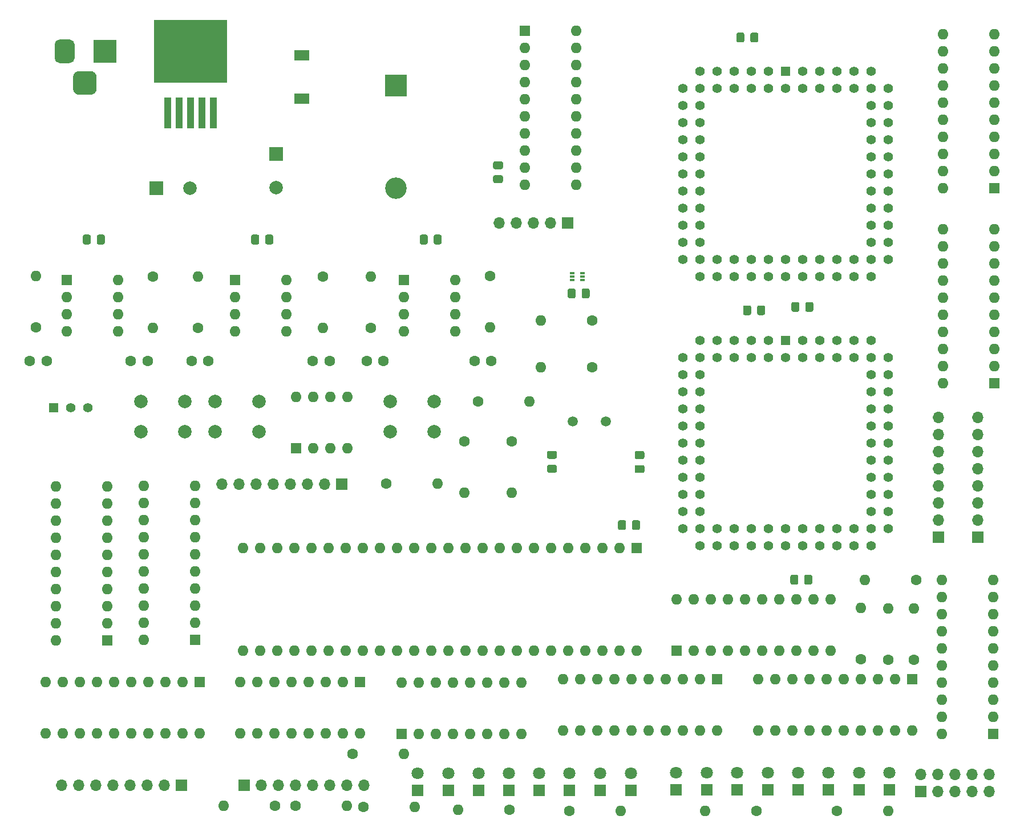
<source format=gbr>
%TF.GenerationSoftware,KiCad,Pcbnew,(5.1.10)-1*%
%TF.CreationDate,2021-07-17T09:59:34+08:00*%
%TF.ProjectId,MAX7000CPU,4d415837-3030-4304-9350-552e6b696361,rev?*%
%TF.SameCoordinates,Original*%
%TF.FileFunction,Soldermask,Top*%
%TF.FilePolarity,Negative*%
%FSLAX46Y46*%
G04 Gerber Fmt 4.6, Leading zero omitted, Abs format (unit mm)*
G04 Created by KiCad (PCBNEW (5.1.10)-1) date 2021-07-17 09:59:34*
%MOMM*%
%LPD*%
G01*
G04 APERTURE LIST*
%ADD10O,1.600000X1.600000*%
%ADD11R,1.600000X1.600000*%
%ADD12O,1.700000X1.700000*%
%ADD13R,1.700000X1.700000*%
%ADD14C,1.422400*%
%ADD15R,1.422400X1.422400*%
%ADD16C,1.600000*%
%ADD17R,0.700000X0.400000*%
%ADD18C,1.800000*%
%ADD19R,1.800000X1.800000*%
%ADD20C,1.500000*%
%ADD21C,2.000000*%
%ADD22R,1.400000X1.400000*%
%ADD23C,1.400000*%
%ADD24R,2.200000X1.500000*%
%ADD25R,3.500000X3.500000*%
%ADD26R,2.000000X2.000000*%
%ADD27R,10.800000X9.400000*%
%ADD28R,1.100000X4.600000*%
%ADD29O,3.200000X3.200000*%
%ADD30R,3.200000X3.200000*%
G04 APERTURE END LIST*
D10*
%TO.C,U6*%
X45070000Y-123160000D03*
X22210000Y-115540000D03*
X42530000Y-123160000D03*
X24750000Y-115540000D03*
X39990000Y-123160000D03*
X27290000Y-115540000D03*
X37450000Y-123160000D03*
X29830000Y-115540000D03*
X34910000Y-123160000D03*
X32370000Y-115540000D03*
X32370000Y-123160000D03*
X34910000Y-115540000D03*
X29830000Y-123160000D03*
X37450000Y-115540000D03*
X27290000Y-123160000D03*
X39990000Y-115540000D03*
X24750000Y-123160000D03*
X42530000Y-115540000D03*
X22210000Y-123160000D03*
D11*
X45070000Y-115540000D03*
%TD*%
D10*
%TO.C,U8*%
X68870000Y-123160000D03*
X51090000Y-115540000D03*
X66330000Y-123160000D03*
X53630000Y-115540000D03*
X63790000Y-123160000D03*
X56170000Y-115540000D03*
X61250000Y-123160000D03*
X58710000Y-115540000D03*
X58710000Y-123160000D03*
X61250000Y-115540000D03*
X56170000Y-123160000D03*
X63790000Y-115540000D03*
X53630000Y-123160000D03*
X66330000Y-115540000D03*
X51090000Y-123160000D03*
D11*
X68870000Y-115540000D03*
%TD*%
D10*
%TO.C,U13*%
X155250000Y-123240000D03*
X162870000Y-100380000D03*
X155250000Y-120700000D03*
X162870000Y-102920000D03*
X155250000Y-118160000D03*
X162870000Y-105460000D03*
X155250000Y-115620000D03*
X162870000Y-108000000D03*
X155250000Y-113080000D03*
X162870000Y-110540000D03*
X155250000Y-110540000D03*
X162870000Y-113080000D03*
X155250000Y-108000000D03*
X162870000Y-115620000D03*
X155250000Y-105460000D03*
X162870000Y-118160000D03*
X155250000Y-102920000D03*
X162870000Y-120700000D03*
X155250000Y-100380000D03*
D11*
X162870000Y-123240000D03*
%TD*%
D12*
%TO.C,J7*%
X89570000Y-47340000D03*
X92110000Y-47340000D03*
X94650000Y-47340000D03*
X97190000Y-47340000D03*
D13*
X99730000Y-47340000D03*
%TD*%
%TO.C,C19*%
G36*
G01*
X134982500Y-60315000D02*
X134982500Y-59365000D01*
G75*
G02*
X135232500Y-59115000I250000J0D01*
G01*
X135907500Y-59115000D01*
G75*
G02*
X136157500Y-59365000I0J-250000D01*
G01*
X136157500Y-60315000D01*
G75*
G02*
X135907500Y-60565000I-250000J0D01*
G01*
X135232500Y-60565000D01*
G75*
G02*
X134982500Y-60315000I0J250000D01*
G01*
G37*
G36*
G01*
X132907500Y-60315000D02*
X132907500Y-59365000D01*
G75*
G02*
X133157500Y-59115000I250000J0D01*
G01*
X133832500Y-59115000D01*
G75*
G02*
X134082500Y-59365000I0J-250000D01*
G01*
X134082500Y-60315000D01*
G75*
G02*
X133832500Y-60565000I-250000J0D01*
G01*
X133157500Y-60565000D01*
G75*
G02*
X132907500Y-60315000I0J250000D01*
G01*
G37*
%TD*%
D14*
%TO.C,U17*%
X147310000Y-69920000D03*
X147310000Y-72460000D03*
X147310000Y-75000000D03*
X147310000Y-77540000D03*
X147310000Y-80080000D03*
X147310000Y-82620000D03*
X147310000Y-85160000D03*
X147310000Y-87700000D03*
X147310000Y-90240000D03*
X147310000Y-92780000D03*
X144770000Y-69920000D03*
X144770000Y-72460000D03*
X144770000Y-75000000D03*
X144770000Y-77540000D03*
X144770000Y-80080000D03*
X144770000Y-82620000D03*
X144770000Y-85160000D03*
X144770000Y-87700000D03*
X144770000Y-90240000D03*
X144770000Y-92780000D03*
X144770000Y-95320000D03*
X142230000Y-95320000D03*
X139690000Y-95320000D03*
X137150000Y-95320000D03*
X134610000Y-95320000D03*
X132070000Y-95320000D03*
X129530000Y-95320000D03*
X126990000Y-95320000D03*
X124450000Y-95320000D03*
X121910000Y-95320000D03*
X119370000Y-95320000D03*
X142230000Y-92780000D03*
X139690000Y-92780000D03*
X137150000Y-92780000D03*
X134610000Y-92780000D03*
X132070000Y-92780000D03*
X129530000Y-92780000D03*
X126990000Y-92780000D03*
X124450000Y-92780000D03*
X121910000Y-92780000D03*
X119370000Y-92780000D03*
X116830000Y-92780000D03*
X116830000Y-90240000D03*
X116830000Y-87700000D03*
X116830000Y-85160000D03*
X116830000Y-82620000D03*
X116830000Y-80080000D03*
X116830000Y-77540000D03*
X116830000Y-75000000D03*
X116830000Y-72460000D03*
X116830000Y-69920000D03*
X116830000Y-67380000D03*
X119370000Y-90240000D03*
X119370000Y-87700000D03*
X119370000Y-85160000D03*
X119370000Y-82620000D03*
X119370000Y-80080000D03*
X119370000Y-77540000D03*
X119370000Y-75000000D03*
X119370000Y-72460000D03*
X119370000Y-69920000D03*
X119370000Y-67380000D03*
X144770000Y-64840000D03*
X142230000Y-64840000D03*
X139690000Y-64840000D03*
X137150000Y-64840000D03*
X134610000Y-64840000D03*
X119370000Y-64840000D03*
X121910000Y-64840000D03*
X124450000Y-64840000D03*
X126990000Y-64840000D03*
X129530000Y-64840000D03*
D15*
X132070000Y-64840000D03*
D14*
X147310000Y-67380000D03*
X144770000Y-67380000D03*
X142230000Y-67380000D03*
X139690000Y-67380000D03*
X137150000Y-67380000D03*
X134610000Y-67380000D03*
X121910000Y-67380000D03*
X124450000Y-67380000D03*
X126990000Y-67380000D03*
X129530000Y-67380000D03*
X132070000Y-67380000D03*
%TD*%
%TO.C,C16*%
G36*
G01*
X109257500Y-92715000D02*
X109257500Y-91765000D01*
G75*
G02*
X109507500Y-91515000I250000J0D01*
G01*
X110182500Y-91515000D01*
G75*
G02*
X110432500Y-91765000I0J-250000D01*
G01*
X110432500Y-92715000D01*
G75*
G02*
X110182500Y-92965000I-250000J0D01*
G01*
X109507500Y-92965000D01*
G75*
G02*
X109257500Y-92715000I0J250000D01*
G01*
G37*
G36*
G01*
X107182500Y-92715000D02*
X107182500Y-91765000D01*
G75*
G02*
X107432500Y-91515000I250000J0D01*
G01*
X108107500Y-91515000D01*
G75*
G02*
X108357500Y-91765000I0J-250000D01*
G01*
X108357500Y-92715000D01*
G75*
G02*
X108107500Y-92965000I-250000J0D01*
G01*
X107432500Y-92965000D01*
G75*
G02*
X107182500Y-92715000I0J250000D01*
G01*
G37*
%TD*%
D10*
%TO.C,R24*%
X147250000Y-134640000D03*
D16*
X139630000Y-134640000D03*
%TD*%
D10*
%TO.C,R23*%
X120110000Y-134640000D03*
D16*
X127730000Y-134640000D03*
%TD*%
D10*
%TO.C,R22*%
X107610000Y-134630000D03*
D16*
X99990000Y-134630000D03*
%TD*%
D10*
%TO.C,R21*%
X83480000Y-134500000D03*
D16*
X91100000Y-134500000D03*
%TD*%
D10*
%TO.C,R20*%
X93990000Y-73840000D03*
D16*
X86370000Y-73840000D03*
%TD*%
D10*
%TO.C,R19*%
X75360000Y-126210000D03*
D16*
X67740000Y-126210000D03*
%TD*%
D10*
%TO.C,R18*%
X76980000Y-134050000D03*
D16*
X69360000Y-134050000D03*
%TD*%
D10*
%TO.C,R17*%
X143790000Y-100380000D03*
D16*
X151410000Y-100380000D03*
%TD*%
D10*
%TO.C,R16*%
X143250000Y-104560000D03*
D16*
X143250000Y-112180000D03*
%TD*%
D10*
%TO.C,R15*%
X66930000Y-133920000D03*
D16*
X59310000Y-133920000D03*
%TD*%
D10*
%TO.C,R14*%
X48680000Y-133930000D03*
D16*
X56300000Y-133930000D03*
%TD*%
D10*
%TO.C,R13*%
X147250000Y-104590000D03*
D16*
X147250000Y-112210000D03*
%TD*%
D10*
%TO.C,R12*%
X151110000Y-104600000D03*
D16*
X151110000Y-112220000D03*
%TD*%
D10*
%TO.C,R11*%
X80390000Y-86040000D03*
D16*
X72770000Y-86040000D03*
%TD*%
D10*
%TO.C,R10*%
X84370000Y-87460000D03*
D16*
X84370000Y-79840000D03*
%TD*%
D10*
%TO.C,R9*%
X91370000Y-87460000D03*
D16*
X91370000Y-79840000D03*
%TD*%
D10*
%TO.C,R8*%
X95750000Y-68840000D03*
D16*
X103370000Y-68840000D03*
%TD*%
D10*
%TO.C,R7*%
X95750000Y-61840000D03*
D16*
X103370000Y-61840000D03*
%TD*%
D10*
%TO.C,R6*%
X88170000Y-62860000D03*
D16*
X88170000Y-55240000D03*
%TD*%
D10*
%TO.C,R5*%
X70470000Y-55340000D03*
D16*
X70470000Y-62960000D03*
%TD*%
D10*
%TO.C,R4*%
X63370000Y-62960000D03*
D16*
X63370000Y-55340000D03*
%TD*%
D10*
%TO.C,R3*%
X44870000Y-55340000D03*
D16*
X44870000Y-62960000D03*
%TD*%
D10*
%TO.C,R2*%
X20770000Y-55240000D03*
D16*
X20770000Y-62860000D03*
%TD*%
D10*
%TO.C,R1*%
X38170000Y-62960000D03*
D16*
X38170000Y-55340000D03*
%TD*%
D10*
%TO.C,U20*%
X121870000Y-122760000D03*
X99010000Y-115140000D03*
X119330000Y-122760000D03*
X101550000Y-115140000D03*
X116790000Y-122760000D03*
X104090000Y-115140000D03*
X114250000Y-122760000D03*
X106630000Y-115140000D03*
X111710000Y-122760000D03*
X109170000Y-115140000D03*
X109170000Y-122760000D03*
X111710000Y-115140000D03*
X106630000Y-122760000D03*
X114250000Y-115140000D03*
X104090000Y-122760000D03*
X116790000Y-115140000D03*
X101550000Y-122760000D03*
X119330000Y-115140000D03*
X99010000Y-122760000D03*
D11*
X121870000Y-115140000D03*
%TD*%
D10*
%TO.C,U19*%
X150870000Y-122760000D03*
X128010000Y-115140000D03*
X148330000Y-122760000D03*
X130550000Y-115140000D03*
X145790000Y-122760000D03*
X133090000Y-115140000D03*
X143250000Y-122760000D03*
X135630000Y-115140000D03*
X140710000Y-122760000D03*
X138170000Y-115140000D03*
X138170000Y-122760000D03*
X140710000Y-115140000D03*
X135630000Y-122760000D03*
X143250000Y-115140000D03*
X133090000Y-122760000D03*
X145790000Y-115140000D03*
X130550000Y-122760000D03*
X148330000Y-115140000D03*
X128010000Y-122760000D03*
D11*
X150870000Y-115140000D03*
%TD*%
D10*
%TO.C,U16*%
X100990000Y-18840000D03*
X93370000Y-41700000D03*
X100990000Y-21380000D03*
X93370000Y-39160000D03*
X100990000Y-23920000D03*
X93370000Y-36620000D03*
X100990000Y-26460000D03*
X93370000Y-34080000D03*
X100990000Y-29000000D03*
X93370000Y-31540000D03*
X100990000Y-31540000D03*
X93370000Y-29000000D03*
X100990000Y-34080000D03*
X93370000Y-26460000D03*
X100990000Y-36620000D03*
X93370000Y-23920000D03*
X100990000Y-39160000D03*
X93370000Y-21380000D03*
X100990000Y-41700000D03*
D11*
X93370000Y-18840000D03*
%TD*%
D10*
%TO.C,U15*%
X155370000Y-71200000D03*
X162990000Y-48340000D03*
X155370000Y-68660000D03*
X162990000Y-50880000D03*
X155370000Y-66120000D03*
X162990000Y-53420000D03*
X155370000Y-63580000D03*
X162990000Y-55960000D03*
X155370000Y-61040000D03*
X162990000Y-58500000D03*
X155370000Y-58500000D03*
X162990000Y-61040000D03*
X155370000Y-55960000D03*
X162990000Y-63580000D03*
X155370000Y-53420000D03*
X162990000Y-66120000D03*
X155370000Y-50880000D03*
X162990000Y-68660000D03*
X155370000Y-48340000D03*
D11*
X162990000Y-71200000D03*
%TD*%
D10*
%TO.C,U14*%
X155370000Y-42200000D03*
X162990000Y-19340000D03*
X155370000Y-39660000D03*
X162990000Y-21880000D03*
X155370000Y-37120000D03*
X162990000Y-24420000D03*
X155370000Y-34580000D03*
X162990000Y-26960000D03*
X155370000Y-32040000D03*
X162990000Y-29500000D03*
X155370000Y-29500000D03*
X162990000Y-32040000D03*
X155370000Y-26960000D03*
X162990000Y-34580000D03*
X155370000Y-24420000D03*
X162990000Y-37120000D03*
X155370000Y-21880000D03*
X162990000Y-39660000D03*
X155370000Y-19340000D03*
D11*
X162990000Y-42200000D03*
%TD*%
D10*
%TO.C,U12*%
X36750000Y-109240000D03*
X44370000Y-86380000D03*
X36750000Y-106700000D03*
X44370000Y-88920000D03*
X36750000Y-104160000D03*
X44370000Y-91460000D03*
X36750000Y-101620000D03*
X44370000Y-94000000D03*
X36750000Y-99080000D03*
X44370000Y-96540000D03*
X36750000Y-96540000D03*
X44370000Y-99080000D03*
X36750000Y-94000000D03*
X44370000Y-101620000D03*
X36750000Y-91460000D03*
X44370000Y-104160000D03*
X36750000Y-88920000D03*
X44370000Y-106700000D03*
X36750000Y-86380000D03*
D11*
X44370000Y-109240000D03*
%TD*%
D10*
%TO.C,U11*%
X23750000Y-109340000D03*
X31370000Y-86480000D03*
X23750000Y-106800000D03*
X31370000Y-89020000D03*
X23750000Y-104260000D03*
X31370000Y-91560000D03*
X23750000Y-101720000D03*
X31370000Y-94100000D03*
X23750000Y-99180000D03*
X31370000Y-96640000D03*
X23750000Y-96640000D03*
X31370000Y-99180000D03*
X23750000Y-94100000D03*
X31370000Y-101720000D03*
X23750000Y-91560000D03*
X31370000Y-104260000D03*
X23750000Y-89020000D03*
X31370000Y-106800000D03*
X23750000Y-86480000D03*
D11*
X31370000Y-109340000D03*
%TD*%
D10*
%TO.C,SW3 Prog Select*%
X59370000Y-73220000D03*
X66990000Y-80840000D03*
X61910000Y-73220000D03*
X64450000Y-80840000D03*
X64450000Y-73220000D03*
X61910000Y-80840000D03*
X66990000Y-73220000D03*
D11*
X59370000Y-80840000D03*
%TD*%
D14*
%TO.C,U5*%
X147310000Y-29920000D03*
X147310000Y-32460000D03*
X147310000Y-35000000D03*
X147310000Y-37540000D03*
X147310000Y-40080000D03*
X147310000Y-42620000D03*
X147310000Y-45160000D03*
X147310000Y-47700000D03*
X147310000Y-50240000D03*
X147310000Y-52780000D03*
X144770000Y-29920000D03*
X144770000Y-32460000D03*
X144770000Y-35000000D03*
X144770000Y-37540000D03*
X144770000Y-40080000D03*
X144770000Y-42620000D03*
X144770000Y-45160000D03*
X144770000Y-47700000D03*
X144770000Y-50240000D03*
X144770000Y-52780000D03*
X144770000Y-55320000D03*
X142230000Y-55320000D03*
X139690000Y-55320000D03*
X137150000Y-55320000D03*
X134610000Y-55320000D03*
X132070000Y-55320000D03*
X129530000Y-55320000D03*
X126990000Y-55320000D03*
X124450000Y-55320000D03*
X121910000Y-55320000D03*
X119370000Y-55320000D03*
X142230000Y-52780000D03*
X139690000Y-52780000D03*
X137150000Y-52780000D03*
X134610000Y-52780000D03*
X132070000Y-52780000D03*
X129530000Y-52780000D03*
X126990000Y-52780000D03*
X124450000Y-52780000D03*
X121910000Y-52780000D03*
X119370000Y-52780000D03*
X116830000Y-52780000D03*
X116830000Y-50240000D03*
X116830000Y-47700000D03*
X116830000Y-45160000D03*
X116830000Y-42620000D03*
X116830000Y-40080000D03*
X116830000Y-37540000D03*
X116830000Y-35000000D03*
X116830000Y-32460000D03*
X116830000Y-29920000D03*
X116830000Y-27380000D03*
X119370000Y-50240000D03*
X119370000Y-47700000D03*
X119370000Y-45160000D03*
X119370000Y-42620000D03*
X119370000Y-40080000D03*
X119370000Y-37540000D03*
X119370000Y-35000000D03*
X119370000Y-32460000D03*
X119370000Y-29920000D03*
X119370000Y-27380000D03*
X144770000Y-24840000D03*
X142230000Y-24840000D03*
X139690000Y-24840000D03*
X137150000Y-24840000D03*
X134610000Y-24840000D03*
X119370000Y-24840000D03*
X121910000Y-24840000D03*
X124450000Y-24840000D03*
X126990000Y-24840000D03*
X129530000Y-24840000D03*
D15*
X132070000Y-24840000D03*
D14*
X147310000Y-27380000D03*
X144770000Y-27380000D03*
X142230000Y-27380000D03*
X139690000Y-27380000D03*
X137150000Y-27380000D03*
X134610000Y-27380000D03*
X121910000Y-27380000D03*
X124450000Y-27380000D03*
X126990000Y-27380000D03*
X129530000Y-27380000D03*
X132070000Y-27380000D03*
%TD*%
D10*
%TO.C,U1*%
X32990000Y-55840000D03*
X25370000Y-63460000D03*
X32990000Y-58380000D03*
X25370000Y-60920000D03*
X32990000Y-60920000D03*
X25370000Y-58380000D03*
X32990000Y-63460000D03*
D11*
X25370000Y-55840000D03*
%TD*%
D10*
%TO.C,U2*%
X57990000Y-55840000D03*
X50370000Y-63460000D03*
X57990000Y-58380000D03*
X50370000Y-60920000D03*
X57990000Y-60920000D03*
X50370000Y-58380000D03*
X57990000Y-63460000D03*
D11*
X50370000Y-55840000D03*
%TD*%
D17*
%TO.C,U4*%
X101870000Y-55340000D03*
X101870000Y-55840000D03*
X100370000Y-55340000D03*
X101870000Y-54840000D03*
X100370000Y-55840000D03*
X100370000Y-54840000D03*
%TD*%
D10*
%TO.C,U3*%
X82990000Y-55840000D03*
X75370000Y-63460000D03*
X82990000Y-58380000D03*
X75370000Y-60920000D03*
X82990000Y-60920000D03*
X75370000Y-58380000D03*
X82990000Y-63460000D03*
D11*
X75370000Y-55840000D03*
%TD*%
D18*
%TO.C,D17*%
X147410000Y-129020000D03*
D19*
X147410000Y-131560000D03*
%TD*%
D18*
%TO.C,D16*%
X142930000Y-129020000D03*
D19*
X142930000Y-131560000D03*
%TD*%
D18*
%TO.C,D15*%
X138410000Y-129010000D03*
D19*
X138410000Y-131550000D03*
%TD*%
D18*
%TO.C,D14*%
X133880000Y-129000000D03*
D19*
X133880000Y-131540000D03*
%TD*%
D18*
%TO.C,D13*%
X129390000Y-129000000D03*
D19*
X129390000Y-131540000D03*
%TD*%
D18*
%TO.C,D12*%
X124830000Y-129000000D03*
D19*
X124830000Y-131540000D03*
%TD*%
D18*
%TO.C,D11*%
X120320000Y-129000000D03*
D19*
X120320000Y-131540000D03*
%TD*%
D18*
%TO.C,D10*%
X115800000Y-129000000D03*
D19*
X115800000Y-131540000D03*
%TD*%
D18*
%TO.C,D9*%
X109060000Y-129060000D03*
D19*
X109060000Y-131600000D03*
%TD*%
D18*
%TO.C,D8*%
X104520000Y-129060000D03*
D19*
X104520000Y-131600000D03*
%TD*%
D18*
%TO.C,D7*%
X99990000Y-129060000D03*
D19*
X99990000Y-131600000D03*
%TD*%
D18*
%TO.C,D6*%
X95490000Y-129060000D03*
D19*
X95490000Y-131600000D03*
%TD*%
D18*
%TO.C,D5*%
X90950000Y-129060000D03*
D19*
X90950000Y-131600000D03*
%TD*%
D18*
%TO.C,D4*%
X86450000Y-129060000D03*
D19*
X86450000Y-131600000D03*
%TD*%
D18*
%TO.C,D3*%
X81960000Y-129060000D03*
D19*
X81960000Y-131600000D03*
%TD*%
D18*
%TO.C,D2*%
X77390000Y-129050000D03*
D19*
X77390000Y-131590000D03*
%TD*%
D10*
%TO.C,U9*%
X109970000Y-110880000D03*
X51550000Y-95640000D03*
X107430000Y-110880000D03*
X54090000Y-95640000D03*
X104890000Y-110880000D03*
X56630000Y-95640000D03*
X102350000Y-110880000D03*
X59170000Y-95640000D03*
X99810000Y-110880000D03*
X61710000Y-95640000D03*
X97270000Y-110880000D03*
X64250000Y-95640000D03*
X94730000Y-110880000D03*
X66790000Y-95640000D03*
X92190000Y-110880000D03*
X69330000Y-95640000D03*
X89650000Y-110880000D03*
X71870000Y-95640000D03*
X87110000Y-110880000D03*
X74410000Y-95640000D03*
X84570000Y-110880000D03*
X76950000Y-95640000D03*
X82030000Y-110880000D03*
X79490000Y-95640000D03*
X79490000Y-110880000D03*
X82030000Y-95640000D03*
X76950000Y-110880000D03*
X84570000Y-95640000D03*
X74410000Y-110880000D03*
X87110000Y-95640000D03*
X71870000Y-110880000D03*
X89650000Y-95640000D03*
X69330000Y-110880000D03*
X92190000Y-95640000D03*
X66790000Y-110880000D03*
X94730000Y-95640000D03*
X64250000Y-110880000D03*
X97270000Y-95640000D03*
X61710000Y-110880000D03*
X99810000Y-95640000D03*
X59170000Y-110880000D03*
X102350000Y-95640000D03*
X56630000Y-110880000D03*
X104890000Y-95640000D03*
X54090000Y-110880000D03*
X107430000Y-95640000D03*
X51550000Y-110880000D03*
D11*
X109970000Y-95640000D03*
%TD*%
D20*
%TO.C,Y1*%
X100490000Y-76840000D03*
X105370000Y-76840000D03*
%TD*%
D10*
%TO.C,U10*%
X115870000Y-103220000D03*
X138730000Y-110840000D03*
X118410000Y-103220000D03*
X136190000Y-110840000D03*
X120950000Y-103220000D03*
X133650000Y-110840000D03*
X123490000Y-103220000D03*
X131110000Y-110840000D03*
X126030000Y-103220000D03*
X128570000Y-110840000D03*
X128570000Y-103220000D03*
X126030000Y-110840000D03*
X131110000Y-103220000D03*
X123490000Y-110840000D03*
X133650000Y-103220000D03*
X120950000Y-110840000D03*
X136190000Y-103220000D03*
X118410000Y-110840000D03*
X138730000Y-103220000D03*
D11*
X115870000Y-110840000D03*
%TD*%
D10*
%TO.C,U7*%
X75070000Y-115620000D03*
X92850000Y-123240000D03*
X77610000Y-115620000D03*
X90310000Y-123240000D03*
X80150000Y-115620000D03*
X87770000Y-123240000D03*
X82690000Y-115620000D03*
X85230000Y-123240000D03*
X85230000Y-115620000D03*
X82690000Y-123240000D03*
X87770000Y-115620000D03*
X80150000Y-123240000D03*
X90310000Y-115620000D03*
X77610000Y-123240000D03*
X92850000Y-115620000D03*
D11*
X75070000Y-123240000D03*
%TD*%
D21*
%TO.C,SW4 Reset*%
X79870000Y-73840000D03*
X79870000Y-78340000D03*
X73370000Y-73840000D03*
X73370000Y-78340000D03*
%TD*%
%TO.C,SW2 CLK Mode*%
X53870000Y-73840000D03*
X53870000Y-78340000D03*
X47370000Y-73840000D03*
X47370000Y-78340000D03*
%TD*%
%TO.C,SW1 Step*%
X42870000Y-73840000D03*
X42870000Y-78340000D03*
X36370000Y-73840000D03*
X36370000Y-78340000D03*
%TD*%
D22*
%TO.C,RV1 CLK speed*%
X23370000Y-74840000D03*
D23*
X25910000Y-74840000D03*
X28450000Y-74840000D03*
%TD*%
D24*
%TO.C,L1*%
X60250000Y-28900000D03*
X60250000Y-22500000D03*
%TD*%
%TO.C,J8*%
G36*
G01*
X26290000Y-27465000D02*
X26290000Y-25715000D01*
G75*
G02*
X27165000Y-24840000I875000J0D01*
G01*
X28915000Y-24840000D01*
G75*
G02*
X29790000Y-25715000I0J-875000D01*
G01*
X29790000Y-27465000D01*
G75*
G02*
X28915000Y-28340000I-875000J0D01*
G01*
X27165000Y-28340000D01*
G75*
G02*
X26290000Y-27465000I0J875000D01*
G01*
G37*
G36*
G01*
X23540000Y-22890000D02*
X23540000Y-20890000D01*
G75*
G02*
X24290000Y-20140000I750000J0D01*
G01*
X25790000Y-20140000D01*
G75*
G02*
X26540000Y-20890000I0J-750000D01*
G01*
X26540000Y-22890000D01*
G75*
G02*
X25790000Y-23640000I-750000J0D01*
G01*
X24290000Y-23640000D01*
G75*
G02*
X23540000Y-22890000I0J750000D01*
G01*
G37*
D25*
X31040000Y-21890000D03*
%TD*%
D12*
%TO.C,J6 QPI IN*%
X154770000Y-76260000D03*
X154770000Y-78800000D03*
X154770000Y-81340000D03*
X154770000Y-83880000D03*
X154770000Y-86420000D03*
X154770000Y-88960000D03*
X154770000Y-91500000D03*
D13*
X154770000Y-94040000D03*
%TD*%
D12*
%TO.C,J5 QPI Out*%
X160570000Y-76260000D03*
X160570000Y-78800000D03*
X160570000Y-81340000D03*
X160570000Y-83880000D03*
X160570000Y-86420000D03*
X160570000Y-88960000D03*
X160570000Y-91500000D03*
D13*
X160570000Y-94040000D03*
%TD*%
D12*
%TO.C,J4 Module Output*%
X69480000Y-130840000D03*
X66940000Y-130840000D03*
X64400000Y-130840000D03*
X61860000Y-130840000D03*
X59320000Y-130840000D03*
X56780000Y-130840000D03*
X54240000Y-130840000D03*
D13*
X51700000Y-130840000D03*
%TD*%
D12*
%TO.C,J3 Module Input*%
X24590000Y-130840000D03*
X27130000Y-130840000D03*
X29670000Y-130840000D03*
X32210000Y-130840000D03*
X34750000Y-130840000D03*
X37290000Y-130840000D03*
X39830000Y-130840000D03*
D13*
X42370000Y-130840000D03*
%TD*%
D12*
%TO.C,J2 Instructions*%
X48390000Y-86140000D03*
X50930000Y-86140000D03*
X53470000Y-86140000D03*
X56010000Y-86140000D03*
X58550000Y-86140000D03*
X61090000Y-86140000D03*
X63630000Y-86140000D03*
D13*
X66170000Y-86140000D03*
%TD*%
D12*
%TO.C,J1 JTAG*%
X162240000Y-129270000D03*
X162240000Y-131810000D03*
X159700000Y-129270000D03*
X159700000Y-131810000D03*
X157160000Y-129270000D03*
X157160000Y-131810000D03*
X154620000Y-129270000D03*
X154620000Y-131810000D03*
X152080000Y-129270000D03*
D13*
X152080000Y-131810000D03*
%TD*%
%TO.C,C18*%
G36*
G01*
X126920000Y-59865000D02*
X126920000Y-60815000D01*
G75*
G02*
X126670000Y-61065000I-250000J0D01*
G01*
X125995000Y-61065000D01*
G75*
G02*
X125745000Y-60815000I0J250000D01*
G01*
X125745000Y-59865000D01*
G75*
G02*
X125995000Y-59615000I250000J0D01*
G01*
X126670000Y-59615000D01*
G75*
G02*
X126920000Y-59865000I0J-250000D01*
G01*
G37*
G36*
G01*
X128995000Y-59865000D02*
X128995000Y-60815000D01*
G75*
G02*
X128745000Y-61065000I-250000J0D01*
G01*
X128070000Y-61065000D01*
G75*
G02*
X127820000Y-60815000I0J250000D01*
G01*
X127820000Y-59865000D01*
G75*
G02*
X128070000Y-59615000I250000J0D01*
G01*
X128745000Y-59615000D01*
G75*
G02*
X128995000Y-59865000I0J-250000D01*
G01*
G37*
%TD*%
%TO.C,C17*%
G36*
G01*
X125920000Y-19365000D02*
X125920000Y-20315000D01*
G75*
G02*
X125670000Y-20565000I-250000J0D01*
G01*
X124995000Y-20565000D01*
G75*
G02*
X124745000Y-20315000I0J250000D01*
G01*
X124745000Y-19365000D01*
G75*
G02*
X124995000Y-19115000I250000J0D01*
G01*
X125670000Y-19115000D01*
G75*
G02*
X125920000Y-19365000I0J-250000D01*
G01*
G37*
G36*
G01*
X127995000Y-19365000D02*
X127995000Y-20315000D01*
G75*
G02*
X127745000Y-20565000I-250000J0D01*
G01*
X127070000Y-20565000D01*
G75*
G02*
X126820000Y-20315000I0J250000D01*
G01*
X126820000Y-19365000D01*
G75*
G02*
X127070000Y-19115000I250000J0D01*
G01*
X127745000Y-19115000D01*
G75*
G02*
X127995000Y-19365000I0J-250000D01*
G01*
G37*
%TD*%
%TO.C,C15*%
G36*
G01*
X88895000Y-40290000D02*
X89845000Y-40290000D01*
G75*
G02*
X90095000Y-40540000I0J-250000D01*
G01*
X90095000Y-41215000D01*
G75*
G02*
X89845000Y-41465000I-250000J0D01*
G01*
X88895000Y-41465000D01*
G75*
G02*
X88645000Y-41215000I0J250000D01*
G01*
X88645000Y-40540000D01*
G75*
G02*
X88895000Y-40290000I250000J0D01*
G01*
G37*
G36*
G01*
X88895000Y-38215000D02*
X89845000Y-38215000D01*
G75*
G02*
X90095000Y-38465000I0J-250000D01*
G01*
X90095000Y-39140000D01*
G75*
G02*
X89845000Y-39390000I-250000J0D01*
G01*
X88895000Y-39390000D01*
G75*
G02*
X88645000Y-39140000I0J250000D01*
G01*
X88645000Y-38465000D01*
G75*
G02*
X88895000Y-38215000I250000J0D01*
G01*
G37*
%TD*%
%TO.C,C20*%
G36*
G01*
X134820000Y-100815000D02*
X134820000Y-99865000D01*
G75*
G02*
X135070000Y-99615000I250000J0D01*
G01*
X135745000Y-99615000D01*
G75*
G02*
X135995000Y-99865000I0J-250000D01*
G01*
X135995000Y-100815000D01*
G75*
G02*
X135745000Y-101065000I-250000J0D01*
G01*
X135070000Y-101065000D01*
G75*
G02*
X134820000Y-100815000I0J250000D01*
G01*
G37*
G36*
G01*
X132745000Y-100815000D02*
X132745000Y-99865000D01*
G75*
G02*
X132995000Y-99615000I250000J0D01*
G01*
X133670000Y-99615000D01*
G75*
G02*
X133920000Y-99865000I0J-250000D01*
G01*
X133920000Y-100815000D01*
G75*
G02*
X133670000Y-101065000I-250000J0D01*
G01*
X132995000Y-101065000D01*
G75*
G02*
X132745000Y-100815000I0J250000D01*
G01*
G37*
%TD*%
%TO.C,C14*%
G36*
G01*
X100882500Y-57365000D02*
X100882500Y-58315000D01*
G75*
G02*
X100632500Y-58565000I-250000J0D01*
G01*
X99957500Y-58565000D01*
G75*
G02*
X99707500Y-58315000I0J250000D01*
G01*
X99707500Y-57365000D01*
G75*
G02*
X99957500Y-57115000I250000J0D01*
G01*
X100632500Y-57115000D01*
G75*
G02*
X100882500Y-57365000I0J-250000D01*
G01*
G37*
G36*
G01*
X102957500Y-57365000D02*
X102957500Y-58315000D01*
G75*
G02*
X102707500Y-58565000I-250000J0D01*
G01*
X102032500Y-58565000D01*
G75*
G02*
X101782500Y-58315000I0J250000D01*
G01*
X101782500Y-57365000D01*
G75*
G02*
X102032500Y-57115000I250000J0D01*
G01*
X102707500Y-57115000D01*
G75*
G02*
X102957500Y-57365000I0J-250000D01*
G01*
G37*
%TD*%
%TO.C,C13*%
G36*
G01*
X78920000Y-49365000D02*
X78920000Y-50315000D01*
G75*
G02*
X78670000Y-50565000I-250000J0D01*
G01*
X77995000Y-50565000D01*
G75*
G02*
X77745000Y-50315000I0J250000D01*
G01*
X77745000Y-49365000D01*
G75*
G02*
X77995000Y-49115000I250000J0D01*
G01*
X78670000Y-49115000D01*
G75*
G02*
X78920000Y-49365000I0J-250000D01*
G01*
G37*
G36*
G01*
X80995000Y-49365000D02*
X80995000Y-50315000D01*
G75*
G02*
X80745000Y-50565000I-250000J0D01*
G01*
X80070000Y-50565000D01*
G75*
G02*
X79820000Y-50315000I0J250000D01*
G01*
X79820000Y-49365000D01*
G75*
G02*
X80070000Y-49115000I250000J0D01*
G01*
X80745000Y-49115000D01*
G75*
G02*
X80995000Y-49365000I0J-250000D01*
G01*
G37*
%TD*%
%TO.C,C12*%
G36*
G01*
X53920000Y-49365000D02*
X53920000Y-50315000D01*
G75*
G02*
X53670000Y-50565000I-250000J0D01*
G01*
X52995000Y-50565000D01*
G75*
G02*
X52745000Y-50315000I0J250000D01*
G01*
X52745000Y-49365000D01*
G75*
G02*
X52995000Y-49115000I250000J0D01*
G01*
X53670000Y-49115000D01*
G75*
G02*
X53920000Y-49365000I0J-250000D01*
G01*
G37*
G36*
G01*
X55995000Y-49365000D02*
X55995000Y-50315000D01*
G75*
G02*
X55745000Y-50565000I-250000J0D01*
G01*
X55070000Y-50565000D01*
G75*
G02*
X54820000Y-50315000I0J250000D01*
G01*
X54820000Y-49365000D01*
G75*
G02*
X55070000Y-49115000I250000J0D01*
G01*
X55745000Y-49115000D01*
G75*
G02*
X55995000Y-49365000I0J-250000D01*
G01*
G37*
%TD*%
%TO.C,C11*%
G36*
G01*
X28920000Y-49365000D02*
X28920000Y-50315000D01*
G75*
G02*
X28670000Y-50565000I-250000J0D01*
G01*
X27995000Y-50565000D01*
G75*
G02*
X27745000Y-50315000I0J250000D01*
G01*
X27745000Y-49365000D01*
G75*
G02*
X27995000Y-49115000I250000J0D01*
G01*
X28670000Y-49115000D01*
G75*
G02*
X28920000Y-49365000I0J-250000D01*
G01*
G37*
G36*
G01*
X30995000Y-49365000D02*
X30995000Y-50315000D01*
G75*
G02*
X30745000Y-50565000I-250000J0D01*
G01*
X30070000Y-50565000D01*
G75*
G02*
X29820000Y-50315000I0J250000D01*
G01*
X29820000Y-49365000D01*
G75*
G02*
X30070000Y-49115000I250000J0D01*
G01*
X30745000Y-49115000D01*
G75*
G02*
X30995000Y-49365000I0J-250000D01*
G01*
G37*
%TD*%
D21*
%TO.C,C10*%
X43660000Y-42210000D03*
D26*
X38660000Y-42210000D03*
%TD*%
D21*
%TO.C,C9*%
X56440000Y-42130000D03*
D26*
X56440000Y-37130000D03*
%TD*%
%TO.C,C8*%
G36*
G01*
X96895000Y-83290000D02*
X97845000Y-83290000D01*
G75*
G02*
X98095000Y-83540000I0J-250000D01*
G01*
X98095000Y-84215000D01*
G75*
G02*
X97845000Y-84465000I-250000J0D01*
G01*
X96895000Y-84465000D01*
G75*
G02*
X96645000Y-84215000I0J250000D01*
G01*
X96645000Y-83540000D01*
G75*
G02*
X96895000Y-83290000I250000J0D01*
G01*
G37*
G36*
G01*
X96895000Y-81215000D02*
X97845000Y-81215000D01*
G75*
G02*
X98095000Y-81465000I0J-250000D01*
G01*
X98095000Y-82140000D01*
G75*
G02*
X97845000Y-82390000I-250000J0D01*
G01*
X96895000Y-82390000D01*
G75*
G02*
X96645000Y-82140000I0J250000D01*
G01*
X96645000Y-81465000D01*
G75*
G02*
X96895000Y-81215000I250000J0D01*
G01*
G37*
%TD*%
%TO.C,C7*%
G36*
G01*
X109895000Y-83327500D02*
X110845000Y-83327500D01*
G75*
G02*
X111095000Y-83577500I0J-250000D01*
G01*
X111095000Y-84252500D01*
G75*
G02*
X110845000Y-84502500I-250000J0D01*
G01*
X109895000Y-84502500D01*
G75*
G02*
X109645000Y-84252500I0J250000D01*
G01*
X109645000Y-83577500D01*
G75*
G02*
X109895000Y-83327500I250000J0D01*
G01*
G37*
G36*
G01*
X109895000Y-81252500D02*
X110845000Y-81252500D01*
G75*
G02*
X111095000Y-81502500I0J-250000D01*
G01*
X111095000Y-82177500D01*
G75*
G02*
X110845000Y-82427500I-250000J0D01*
G01*
X109895000Y-82427500D01*
G75*
G02*
X109645000Y-82177500I0J250000D01*
G01*
X109645000Y-81502500D01*
G75*
G02*
X109895000Y-81252500I250000J0D01*
G01*
G37*
%TD*%
D16*
%TO.C,C6*%
X85870000Y-67840000D03*
X88370000Y-67840000D03*
%TD*%
%TO.C,C5*%
X69870000Y-67840000D03*
X72370000Y-67840000D03*
%TD*%
%TO.C,C4*%
X61870000Y-67840000D03*
X64370000Y-67840000D03*
%TD*%
%TO.C,C3*%
X43870000Y-67840000D03*
X46370000Y-67840000D03*
%TD*%
%TO.C,C2*%
X34870000Y-67840000D03*
X37370000Y-67840000D03*
%TD*%
%TO.C,C1*%
X19870000Y-67840000D03*
X22370000Y-67840000D03*
%TD*%
D27*
%TO.C,U18*%
X43740000Y-21890000D03*
D28*
X47140000Y-31040000D03*
X45440000Y-31040000D03*
X43740000Y-31040000D03*
X42040000Y-31040000D03*
X40340000Y-31040000D03*
%TD*%
D29*
%TO.C,D1*%
X74220000Y-42210000D03*
D30*
X74220000Y-26970000D03*
%TD*%
M02*

</source>
